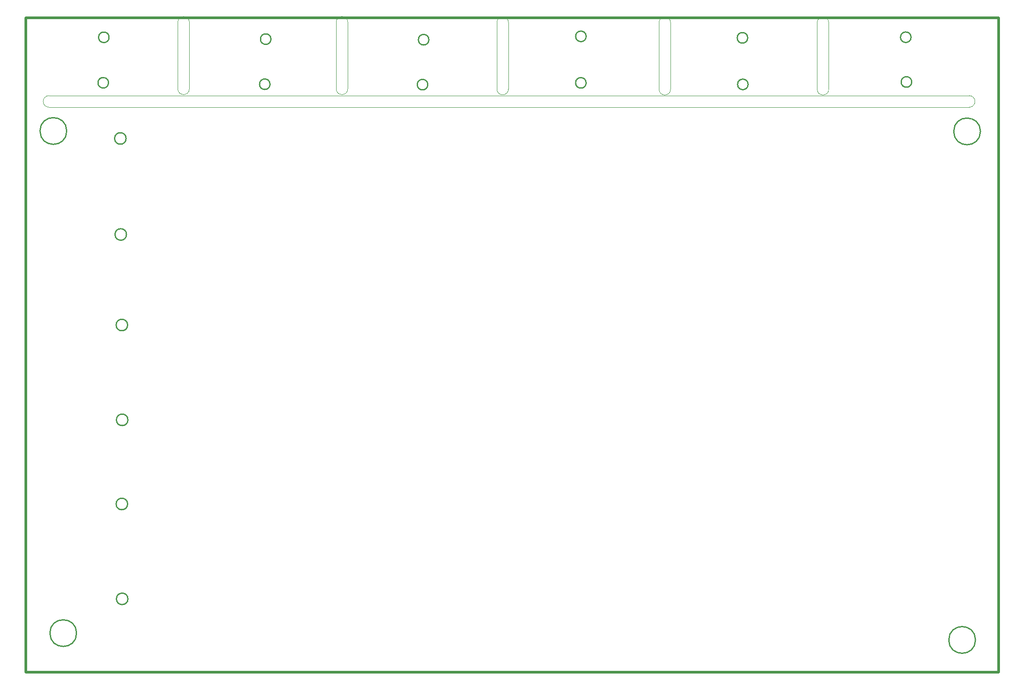
<source format=gm1>
G04*
G04 #@! TF.GenerationSoftware,Altium Limited,Altium Designer,21.6.4 (81)*
G04*
G04 Layer_Color=16711935*
%FSLAX43Y43*%
%MOMM*%
G71*
G04*
G04 #@! TF.SameCoordinates,346ECB39-7FB1-4B03-902B-A5351CF8790B*
G04*
G04*
G04 #@! TF.FilePolarity,Positive*
G04*
G01*
G75*
%ADD12C,0.254*%
%ADD93C,0.013*%
%ADD94C,0.127*%
%ADD95C,0.500*%
D12*
X77086Y165180D02*
G03*
X77086Y165180I-1000J0D01*
G01*
X77199Y173823D02*
G03*
X77199Y173823I-1000J0D01*
G01*
X198714Y164871D02*
G03*
X198714Y164871I-1000J0D01*
G01*
X229829Y165329D02*
G03*
X229829Y165329I-1000J0D01*
G01*
X229702Y173838D02*
G03*
X229702Y173838I-1000J0D01*
G01*
X198643Y173722D02*
G03*
X198643Y173722I-1000J0D01*
G01*
X167916Y165154D02*
G03*
X167916Y165154I-1000J0D01*
G01*
X167922Y174005D02*
G03*
X167922Y174005I-1000J0D01*
G01*
X137804Y164821D02*
G03*
X137804Y164821I-1000J0D01*
G01*
X138013Y173367D02*
G03*
X138013Y173367I-1000J0D01*
G01*
X107807Y164897D02*
G03*
X107807Y164897I-1000J0D01*
G01*
X107985Y173482D02*
G03*
X107985Y173482I-1000J0D01*
G01*
X242900Y155931D02*
G03*
X242900Y155931I-2540J0D01*
G01*
X241960Y59207D02*
G03*
X241960Y59207I-2540J0D01*
G01*
X80716Y85065D02*
G03*
X80716Y85065I-1092J0D01*
G01*
X80775Y67020D02*
G03*
X80775Y67020I-1092J0D01*
G01*
X80776Y101063D02*
G03*
X80776Y101063I-1092J0D01*
G01*
X80721Y119101D02*
G03*
X80721Y119101I-1092J0D01*
G01*
X69139Y156007D02*
G03*
X69139Y156007I-2540J0D01*
G01*
X71018Y60503D02*
G03*
X71018Y60503I-2540J0D01*
G01*
X80506Y136327D02*
G03*
X80506Y136327I-1092J0D01*
G01*
X80434Y154584D02*
G03*
X80434Y154584I-1092J0D01*
G01*
D93*
X153144Y176645D02*
G03*
X150944Y176631I-1100J0D01*
G01*
X150944Y163982D02*
G03*
X153144Y163983I1100J0D01*
G01*
X181780Y163957D02*
G03*
X183980Y163957I1100J0D01*
G01*
Y176620D02*
G03*
X181780Y176606I-1100J0D01*
G01*
X122588Y176696D02*
G03*
X120388Y176682I-1100J0D01*
G01*
X120388Y164033D02*
G03*
X122588Y164033I1100J0D01*
G01*
X214054Y176620D02*
G03*
X211854Y176606I-1100J0D01*
G01*
X211854Y163957D02*
G03*
X214054Y163957I1100J0D01*
G01*
X65757Y162728D02*
G03*
X65771Y160528I0J-1100D01*
G01*
X240757Y160528D02*
G03*
X240757Y162728I0J1100D01*
G01*
X92464Y176696D02*
G03*
X90264Y176682I-1100J0D01*
G01*
X90264Y164033D02*
G03*
X92464Y164033I1100J0D01*
G01*
X153144Y163983D02*
Y176645D01*
X150944Y163982D02*
X150944Y176631D01*
X181780Y163957D02*
X181780Y176606D01*
X122588Y164033D02*
Y176696D01*
X120388Y164033D02*
X120388Y176682D01*
X183980Y163957D02*
Y176620D01*
X214054Y163957D02*
Y176620D01*
X211854Y163957D02*
X211854Y176606D01*
X65771Y160528D02*
X240757Y160528D01*
X65757Y162728D02*
X240757D01*
X90264Y164033D02*
X90264Y176682D01*
X92464Y164033D02*
Y176696D01*
D94*
X92151Y177038D02*
D03*
D03*
X91897D02*
D03*
D03*
D95*
X61341Y53061D02*
X246341D01*
X61341Y177561D02*
X246341D01*
Y53061D02*
Y177561D01*
X61341Y53061D02*
Y177561D01*
M02*

</source>
